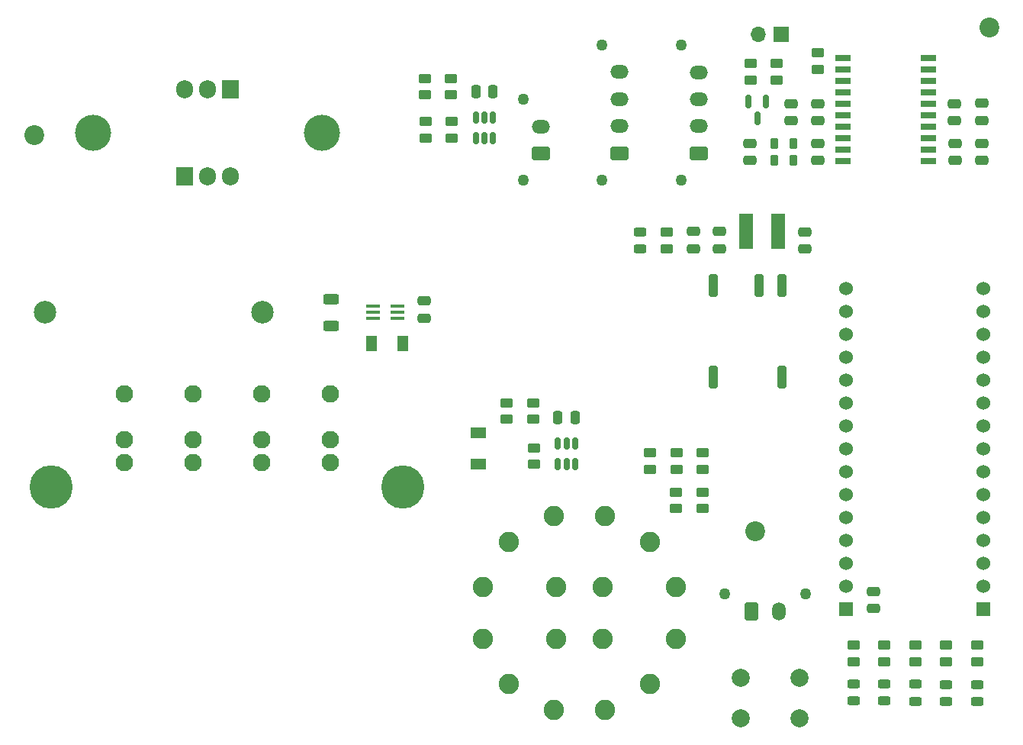
<source format=gbr>
%TF.GenerationSoftware,KiCad,Pcbnew,(6.0.1)*%
%TF.CreationDate,2022-07-17T13:54:31-07:00*%
%TF.ProjectId,IV Curve Tracer,49562043-7572-4766-9520-547261636572,1.3.0*%
%TF.SameCoordinates,PX1b50300PY6843e50*%
%TF.FileFunction,Soldermask,Top*%
%TF.FilePolarity,Negative*%
%FSLAX46Y46*%
G04 Gerber Fmt 4.6, Leading zero omitted, Abs format (unit mm)*
G04 Created by KiCad (PCBNEW (6.0.1)) date 2022-07-17 13:54:31*
%MOMM*%
%LPD*%
G01*
G04 APERTURE LIST*
G04 Aperture macros list*
%AMRoundRect*
0 Rectangle with rounded corners*
0 $1 Rounding radius*
0 $2 $3 $4 $5 $6 $7 $8 $9 X,Y pos of 4 corners*
0 Add a 4 corners polygon primitive as box body*
4,1,4,$2,$3,$4,$5,$6,$7,$8,$9,$2,$3,0*
0 Add four circle primitives for the rounded corners*
1,1,$1+$1,$2,$3*
1,1,$1+$1,$4,$5*
1,1,$1+$1,$6,$7*
1,1,$1+$1,$8,$9*
0 Add four rect primitives between the rounded corners*
20,1,$1+$1,$2,$3,$4,$5,0*
20,1,$1+$1,$4,$5,$6,$7,0*
20,1,$1+$1,$6,$7,$8,$9,0*
20,1,$1+$1,$8,$9,$2,$3,0*%
G04 Aperture macros list end*
%ADD10R,1.530000X1.530000*%
%ADD11C,1.530000*%
%ADD12RoundRect,0.250000X0.450000X-0.262500X0.450000X0.262500X-0.450000X0.262500X-0.450000X-0.262500X0*%
%ADD13R,1.500000X4.000000*%
%ADD14R,1.905000X2.000000*%
%ADD15O,1.905000X2.000000*%
%ADD16RoundRect,0.250000X-0.450000X0.262500X-0.450000X-0.262500X0.450000X-0.262500X0.450000X0.262500X0*%
%ADD17C,2.200000*%
%ADD18RoundRect,0.218750X-0.218750X-0.381250X0.218750X-0.381250X0.218750X0.381250X-0.218750X0.381250X0*%
%ADD19RoundRect,0.243750X0.456250X-0.243750X0.456250X0.243750X-0.456250X0.243750X-0.456250X-0.243750X0*%
%ADD20C,1.270000*%
%ADD21RoundRect,0.250001X-0.499999X-0.759999X0.499999X-0.759999X0.499999X0.759999X-0.499999X0.759999X0*%
%ADD22O,1.500000X2.020000*%
%ADD23RoundRect,0.250000X0.475000X-0.250000X0.475000X0.250000X-0.475000X0.250000X-0.475000X-0.250000X0*%
%ADD24RoundRect,0.250000X-0.475000X0.250000X-0.475000X-0.250000X0.475000X-0.250000X0.475000X0.250000X0*%
%ADD25RoundRect,0.250001X0.759999X-0.499999X0.759999X0.499999X-0.759999X0.499999X-0.759999X-0.499999X0*%
%ADD26O,2.020000X1.500000*%
%ADD27R,1.700000X1.700000*%
%ADD28O,1.700000X1.700000*%
%ADD29R,1.300000X1.700000*%
%ADD30RoundRect,0.150000X-0.150000X0.587500X-0.150000X-0.587500X0.150000X-0.587500X0.150000X0.587500X0*%
%ADD31C,4.800000*%
%ADD32C,1.950000*%
%ADD33C,4.000000*%
%ADD34R,1.800000X0.650000*%
%ADD35RoundRect,0.150000X0.150000X-0.512500X0.150000X0.512500X-0.150000X0.512500X-0.150000X-0.512500X0*%
%ADD36R,1.700000X1.300000*%
%ADD37RoundRect,0.250000X0.250000X0.475000X-0.250000X0.475000X-0.250000X-0.475000X0.250000X-0.475000X0*%
%ADD38R,1.500000X0.400000*%
%ADD39C,2.500000*%
%ADD40RoundRect,0.250000X0.625000X-0.312500X0.625000X0.312500X-0.625000X0.312500X-0.625000X-0.312500X0*%
%ADD41C,2.250000*%
%ADD42RoundRect,0.250000X-0.250000X-1.020000X0.250000X-1.020000X0.250000X1.020000X-0.250000X1.020000X0*%
%ADD43C,2.000000*%
G04 APERTURE END LIST*
D10*
%TO.C,U101*%
X139024989Y-92872654D03*
D11*
X139024989Y-90332654D03*
X139024989Y-87792654D03*
X139024989Y-85252654D03*
X139024989Y-82712654D03*
X139024989Y-80172654D03*
X139024989Y-77632654D03*
X139024989Y-75092654D03*
X139024989Y-72552654D03*
X139024989Y-70012654D03*
X139024989Y-67472654D03*
X139024989Y-64932654D03*
X139024989Y-62392654D03*
X139024989Y-59852654D03*
X139024989Y-57312654D03*
X123784989Y-57312654D03*
X123784989Y-59852654D03*
X123784989Y-62392654D03*
X123784989Y-64932654D03*
X123784989Y-67472654D03*
X123784989Y-70012654D03*
X123784989Y-72552654D03*
X123784989Y-75092654D03*
X123784989Y-77632654D03*
X123784989Y-80172654D03*
X123784989Y-82712654D03*
X123784989Y-85252654D03*
X123784989Y-87792654D03*
X123784989Y-90332654D03*
D10*
X123784989Y-92872654D03*
%TD*%
D12*
%TO.C,R303*%
X107821789Y-77365854D03*
X107821789Y-75540854D03*
%TD*%
D13*
%TO.C,L201*%
X116249989Y-50952654D03*
X112649989Y-50952654D03*
%TD*%
D14*
%TO.C,Q301*%
X55414989Y-35228880D03*
D15*
X52874989Y-35228880D03*
X50334989Y-35228880D03*
%TD*%
D16*
%TO.C,R503*%
X113137489Y-32392654D03*
X113137489Y-34217654D03*
%TD*%
D12*
%TO.C,R502*%
X116037489Y-34222654D03*
X116037489Y-32397654D03*
%TD*%
D17*
%TO.C,H103*%
X113674989Y-84272654D03*
%TD*%
D18*
%TO.C,L501*%
X115772489Y-43127654D03*
X117897489Y-43127654D03*
%TD*%
%TO.C,L502*%
X115757489Y-41217654D03*
X117882489Y-41217654D03*
%TD*%
D12*
%TO.C,R501*%
X120592489Y-33020154D03*
X120592489Y-31195154D03*
%TD*%
D19*
%TO.C,LED601*%
X138289989Y-103120154D03*
X138289989Y-101245154D03*
%TD*%
D20*
%TO.C,J101*%
X119269989Y-91202654D03*
X110269989Y-91202654D03*
D21*
X113269989Y-93162654D03*
D22*
X116269989Y-93162654D03*
%TD*%
D23*
%TO.C,C504*%
X135817489Y-38707654D03*
X135817489Y-36807654D03*
%TD*%
D24*
%TO.C,C501*%
X138797489Y-41227654D03*
X138797489Y-43127654D03*
%TD*%
D20*
%TO.C,J502*%
X96677489Y-30327654D03*
X96677489Y-45327654D03*
D25*
X98637489Y-42327654D03*
D26*
X98637489Y-39327654D03*
X98637489Y-36327654D03*
X98637489Y-33327654D03*
%TD*%
D12*
%TO.C,R306*%
X79934989Y-35850154D03*
X79934989Y-34025154D03*
%TD*%
D27*
%TO.C,JP501*%
X116557489Y-29132654D03*
D28*
X114017489Y-29132654D03*
%TD*%
D23*
%TO.C,C508*%
X120587489Y-38712654D03*
X120587489Y-36812654D03*
%TD*%
D15*
%TO.C,Q302*%
X55419989Y-44888880D03*
X52879989Y-44888880D03*
D14*
X50339989Y-44888880D03*
%TD*%
D23*
%TO.C,C502*%
X135827489Y-43132654D03*
X135827489Y-41232654D03*
%TD*%
D12*
%TO.C,R201*%
X103839989Y-52907654D03*
X103839989Y-51082654D03*
%TD*%
D29*
%TO.C,D401*%
X74584989Y-63402654D03*
X71084989Y-63402654D03*
%TD*%
D23*
%TO.C,C506*%
X113087489Y-43117654D03*
X113087489Y-41217654D03*
%TD*%
D12*
%TO.C,R404*%
X89052489Y-71828744D03*
X89052489Y-70003744D03*
%TD*%
D17*
%TO.C,H101*%
X33664989Y-40337654D03*
%TD*%
D23*
%TO.C,C203*%
X106799989Y-52907654D03*
X106799989Y-51007654D03*
%TD*%
D12*
%TO.C,R308*%
X77049989Y-35865154D03*
X77049989Y-34040154D03*
%TD*%
D30*
%TO.C,U502*%
X114842489Y-36605154D03*
X112942489Y-36605154D03*
X113892489Y-38480154D03*
%TD*%
D31*
%TO.C,J301*%
X35559989Y-79343880D03*
X74539989Y-79343880D03*
D32*
X43619989Y-76623880D03*
X43619989Y-74083880D03*
X43619989Y-69003880D03*
X51239989Y-76623880D03*
X51239989Y-74083880D03*
X51239989Y-69003880D03*
X58859989Y-76623880D03*
X58859989Y-74083880D03*
X58859989Y-69003880D03*
X66479989Y-76623880D03*
X66479989Y-74083880D03*
X66479989Y-69003880D03*
%TD*%
D12*
%TO.C,R602*%
X134824989Y-98725154D03*
X134824989Y-96900154D03*
%TD*%
%TO.C,R605*%
X131419989Y-98715154D03*
X131419989Y-96890154D03*
%TD*%
D20*
%TO.C,J501*%
X105442489Y-30337654D03*
X105442489Y-45337654D03*
D25*
X107402489Y-42337654D03*
D26*
X107402489Y-39337654D03*
X107402489Y-36337654D03*
X107402489Y-33337654D03*
%TD*%
D33*
%TO.C,HS301*%
X65579989Y-40078880D03*
X40179989Y-40078880D03*
%TD*%
D23*
%TO.C,C505*%
X120587489Y-43117654D03*
X120587489Y-41217654D03*
%TD*%
D24*
%TO.C,C507*%
X117627489Y-36807654D03*
X117627489Y-38707654D03*
%TD*%
D34*
%TO.C,U501*%
X132902489Y-43167654D03*
X132902489Y-41897654D03*
X132902489Y-40627654D03*
X132902489Y-39357654D03*
X132902489Y-38087654D03*
X132902489Y-36817654D03*
X132902489Y-35547654D03*
X132902489Y-34277654D03*
X132902489Y-33007654D03*
X132902489Y-31737654D03*
X123452489Y-31737654D03*
X123452489Y-33007654D03*
X123452489Y-34277654D03*
X123452489Y-35547654D03*
X123452489Y-36817654D03*
X123452489Y-38087654D03*
X123452489Y-39357654D03*
X123452489Y-40627654D03*
X123452489Y-41897654D03*
X123452489Y-43167654D03*
%TD*%
D19*
%TO.C,LED603*%
X124609989Y-103097654D03*
X124609989Y-101222654D03*
%TD*%
D35*
%TO.C,U402*%
X91787489Y-76833744D03*
X92737489Y-76833744D03*
X93687489Y-76833744D03*
X93687489Y-74558744D03*
X92737489Y-74558744D03*
X91787489Y-74558744D03*
%TD*%
D16*
%TO.C,R302*%
X104931789Y-75540854D03*
X104931789Y-77365854D03*
%TD*%
D23*
%TO.C,C202*%
X109739989Y-52927654D03*
X109739989Y-51027654D03*
%TD*%
D19*
%TO.C,LED602*%
X134834989Y-103120154D03*
X134834989Y-101245154D03*
%TD*%
D36*
%TO.C,D402*%
X82982489Y-76828744D03*
X82982489Y-73328744D03*
%TD*%
D24*
%TO.C,C503*%
X138822489Y-36802654D03*
X138822489Y-38702654D03*
%TD*%
D12*
%TO.C,R402*%
X86094989Y-71856244D03*
X86094989Y-70031244D03*
%TD*%
D37*
%TO.C,C301*%
X84589989Y-35475154D03*
X82689989Y-35475154D03*
%TD*%
D38*
%TO.C,U401*%
X73929989Y-60612654D03*
X73929989Y-59962654D03*
X73929989Y-59312654D03*
X71269989Y-59312654D03*
X71269989Y-59962654D03*
X71269989Y-60612654D03*
%TD*%
D12*
%TO.C,R604*%
X128004989Y-98702654D03*
X128004989Y-96877654D03*
%TD*%
%TO.C,R301*%
X102031789Y-77365854D03*
X102031789Y-75540854D03*
%TD*%
D35*
%TO.C,U301*%
X82689989Y-40637654D03*
X83639989Y-40637654D03*
X84589989Y-40637654D03*
X84589989Y-38362654D03*
X83639989Y-38362654D03*
X82689989Y-38362654D03*
%TD*%
D12*
%TO.C,R309*%
X77079989Y-40655154D03*
X77079989Y-38830154D03*
%TD*%
D39*
%TO.C,F301*%
X58994989Y-59948880D03*
X34894989Y-59948880D03*
%TD*%
D40*
%TO.C,R401*%
X66584989Y-61446380D03*
X66584989Y-58521380D03*
%TD*%
D19*
%TO.C,LED605*%
X131429989Y-103110154D03*
X131429989Y-101235154D03*
%TD*%
D12*
%TO.C,R603*%
X124594989Y-98702654D03*
X124594989Y-96877654D03*
%TD*%
D37*
%TO.C,C402*%
X93677489Y-71648744D03*
X91777489Y-71648744D03*
%TD*%
D17*
%TO.C,H102*%
X139634989Y-28362654D03*
%TD*%
D19*
%TO.C,LED201*%
X100929989Y-52947654D03*
X100929989Y-51072654D03*
%TD*%
D12*
%TO.C,R307*%
X79954989Y-40660154D03*
X79954989Y-38835154D03*
%TD*%
D16*
%TO.C,R304*%
X104916789Y-79913354D03*
X104916789Y-81738354D03*
%TD*%
D12*
%TO.C,R403*%
X89084989Y-76831244D03*
X89084989Y-75006244D03*
%TD*%
D26*
%TO.C,J201*%
X89905000Y-39355000D03*
D25*
X89905000Y-42355000D03*
D20*
X87945000Y-45355000D03*
X87945000Y-36355000D03*
%TD*%
D23*
%TO.C,C101*%
X126814989Y-92847654D03*
X126814989Y-90947654D03*
%TD*%
%TO.C,C201*%
X119189989Y-51067654D03*
X119189989Y-52967654D03*
%TD*%
D41*
%TO.C,SW301*%
X91293899Y-104032654D03*
X86317899Y-101159744D03*
X83444989Y-96183744D03*
X83444989Y-90437964D03*
X86317899Y-85461964D03*
X91293899Y-82589054D03*
X97039679Y-82589054D03*
X102015679Y-85461964D03*
X104888589Y-90437964D03*
X104888589Y-96183744D03*
X102015679Y-101159744D03*
X97039679Y-104032654D03*
X91603789Y-96183744D03*
X91603779Y-90437964D03*
X96729799Y-90437964D03*
X96729799Y-96183744D03*
%TD*%
D12*
%TO.C,R601*%
X138279989Y-98725154D03*
X138279989Y-96900154D03*
%TD*%
D42*
%TO.C,U201*%
X116604989Y-57027654D03*
X114064989Y-57027654D03*
X108984989Y-57027654D03*
X108984989Y-67187654D03*
X116604989Y-67187654D03*
%TD*%
D12*
%TO.C,R305*%
X107836789Y-81738354D03*
X107836789Y-79913354D03*
%TD*%
D43*
%TO.C,SW101*%
X112084989Y-104997654D03*
X118584989Y-104997654D03*
X118584989Y-100497654D03*
X112084989Y-100497654D03*
%TD*%
D19*
%TO.C,LED604*%
X128014989Y-103097654D03*
X128014989Y-101222654D03*
%TD*%
D23*
%TO.C,C401*%
X76964989Y-60597654D03*
X76964989Y-58697654D03*
%TD*%
M02*

</source>
